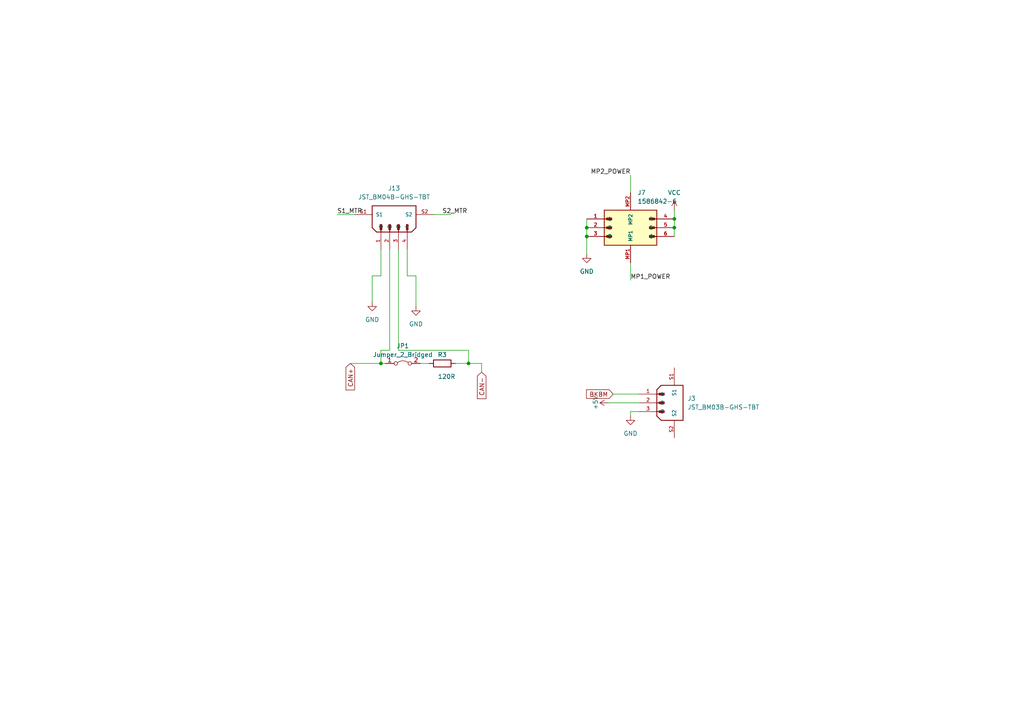
<source format=kicad_sch>
(kicad_sch (version 20230121) (generator eeschema)
  (paper "A4")
  (lib_symbols
    (symbol "power:+5V" (power) (pin_names (offset 0))
      (property "Value" "+5V" (at 0 3.556 0))
      (symbol "+5V_0_1"
        (polyline (pts (xy -0.762 1.27) (xy 0 2.54)))
        (polyline (pts (xy 0 0) (xy 0 2.54)))
        (polyline (pts (xy 0 2.54) (xy 0.762 1.27)))
      )
      (symbol "+5V_1_1"
        (pin power_in line (at 0 0 90) (length 0) hide (name "+5V") (number "1"))
      )
    )
    (symbol "power:GND" (power) (pin_names (offset 0))
      (property "Value" "GND" (at 0 -3.81 0))
      (symbol "GND_0_1"
        (polyline (pts (xy 0 0) (xy 0 -1.27) (xy 1.27 -1.27) (xy 0 -2.54) (xy -1.27 -1.27) (xy 0 -1.27)))
      )
      (symbol "GND_1_1"
        (pin power_in line (at 0 0 270) (length 0) hide (name "GND") (number "1"))
      )
    )
    (symbol "power:VCC" (power) (pin_names (offset 0))
      (property "Value" "VCC" (at 0 3.81 0))
      (symbol "VCC_0_1"
        (polyline (pts (xy -0.762 1.27) (xy 0 2.54)))
        (polyline (pts (xy 0 0) (xy 0 2.54)))
        (polyline (pts (xy 0 2.54) (xy 0.762 1.27)))
      )
      (symbol "VCC_1_1"
        (pin power_in line (at 0 0 90) (length 0) hide (name "VCC") (number "1"))
      )
    )
    (symbol "thebots_symlib:JST_BM03B-GHS-TBT" (pin_names (offset 1.016))
      (property "Reference" "J" (at 0 6.35 0))
      (property "Value" "JST_BM03B-GHS-TBT" (at 10.16 -3.81 0))
      (symbol "JST_BM03B-GHS-TBT_0_0"
        (polyline (pts (xy 0 -3.81) (xy 1.27 -5.08)) (stroke (width 0.254)))
        (polyline (pts (xy 0 -2.54) (xy 1.905 -2.54)) (stroke (width 0.254)))
        (polyline (pts (xy 0 0) (xy 1.905 0)) (stroke (width 0.254)))
        (polyline (pts (xy 0 2.54) (xy 0 -3.81)) (stroke (width 0.254)))
        (polyline (pts (xy 0 2.54) (xy 1.905 2.54)) (stroke (width 0.254)))
        (polyline (pts (xy 0 3.81) (xy 0 2.54)) (stroke (width 0.254)))
        (polyline (pts (xy 0 3.81) (xy 1.27 5.08)) (stroke (width 0.254)))
        (polyline (pts (xy 1.27 -5.08) (xy 7.62 -5.08)) (stroke (width 0.254)))
        (polyline (pts (xy 7.62 -5.08) (xy 7.62 5.08)) (stroke (width 0.254)))
        (polyline (pts (xy 7.62 5.08) (xy 1.27 5.08)) (stroke (width 0.254)))
        (rectangle (start 0.635 -2.2225) (end 2.2225 -2.8575) (stroke (width 0.1)) (fill (type outline)))
        (rectangle (start 0.635 -0.3175) (end 2.2225 0.3175) (stroke (width 0.1)) (fill (type outline)))
        (rectangle (start 0.635 2.2225) (end 2.2225 2.8575) (stroke (width 0.1)) (fill (type outline)))
        (pin passive line (at -5.08 2.54 0) (length 5.08) (name "1") (number "1"))
        (pin passive line (at -5.08 0 0) (length 5.08) (name "2") (number "2"))
        (pin passive line (at -5.08 -2.54 0) (length 5.08) (name "3") (number "3"))
      )
      (symbol "JST_BM03B-GHS-TBT_1_0"
        (pin passive line (at 5.08 10.16 270) (length 5.08) (name "S1") (number "S1"))
        (pin passive line (at 5.08 -10.16 90) (length 5.08) (name "S2") (number "S2"))
      )
    )
    (symbol "thebots_symlib:JST_BM04B-GHS-TBT" (pin_names (offset 1.016))
      (property "Reference" "J" (at 0 6.35 0))
      (property "Value" "JST_BM04B-GHS-TBT" (at 10.16 -3.81 0))
      (symbol "JST_BM04B-GHS-TBT_0_0"
        (polyline (pts (xy 0 -6.35) (xy 1.27 -7.62)) (stroke (width 0.254)))
        (polyline (pts (xy 0 -5.08) (xy 1.905 -5.08)) (stroke (width 0.254)))
        (polyline (pts (xy 0 -2.54) (xy 1.905 -2.54)) (stroke (width 0.254)))
        (polyline (pts (xy 0 0) (xy 1.905 0)) (stroke (width 0.254)))
        (polyline (pts (xy 0 2.54) (xy 0 -6.35)) (stroke (width 0.254)))
        (polyline (pts (xy 0 2.54) (xy 1.905 2.54)) (stroke (width 0.254)))
        (polyline (pts (xy 0 3.81) (xy 0 2.54)) (stroke (width 0.254)))
        (polyline (pts (xy 0 3.81) (xy 1.27 5.08)) (stroke (width 0.254)))
        (polyline (pts (xy 1.27 -7.62) (xy 7.62 -7.62)) (stroke (width 0.254)))
        (polyline (pts (xy 7.62 -7.62) (xy 7.62 5.08)) (stroke (width 0.254)))
        (polyline (pts (xy 7.62 5.08) (xy 1.27 5.08)) (stroke (width 0.254)))
        (rectangle (start 0.635 -4.7625) (end 2.2225 -5.3975) (stroke (width 0.1)) (fill (type outline)))
        (rectangle (start 0.635 -2.2225) (end 2.2225 -2.8575) (stroke (width 0.1)) (fill (type outline)))
        (rectangle (start 0.635 -0.3175) (end 2.2225 0.3175) (stroke (width 0.1)) (fill (type outline)))
        (rectangle (start 0.635 2.2225) (end 2.2225 2.8575) (stroke (width 0.1)) (fill (type outline)))
        (pin passive line (at -5.08 2.54 0) (length 5.08) (name "1") (number "1"))
        (pin passive line (at -5.08 0 0) (length 5.08) (name "2") (number "2"))
        (pin passive line (at -5.08 -2.54 0) (length 5.08) (name "3") (number "3"))
      )
      (symbol "JST_BM04B-GHS-TBT_1_0"
        (pin passive line (at -5.08 -5.08 0) (length 5.08) (name "4") (number "4"))
        (pin passive line (at 5.08 10.16 270) (length 5.08) (name "S1") (number "S1"))
        (pin passive line (at 5.08 -12.7 90) (length 5.08) (name "S2") (number "S2"))
      )
    )
    (symbol "thebots_symlib:Jumper_2_Bridged" (pin_names (offset 0) hide)
      (property "Reference" "JP" (at 0 1.905 0))
      (property "Value" "Jumper_2_Bridged" (at 0 -2.54 0))
      (symbol "Jumper_2_Bridged_0_0"
        (circle (center -2.032 0) (radius 0.508))
        (circle (center 2.032 0) (radius 0.508))
      )
      (symbol "Jumper_2_Bridged_0_1"
        (arc (start 1.524 0.254) (mid 0 0.762) (end -1.524 0.254))
      )
      (symbol "Jumper_2_Bridged_1_1"
        (pin passive line (at -5.08 0 0) (length 2.54) (name "A") (number "1"))
        (pin passive line (at 5.08 0 180) (length 2.54) (name "B") (number "2"))
      )
    )
    (symbol "thebots_symlib:R_120R" (pin_numbers hide) (pin_names (offset 0))
      (property "Reference" "R" (at 2.032 0 90))
      (property "Value" "120R" (at 0 0 90))
      (symbol "R_120R_0_1"
        (rectangle (start -1.016 -2.54) (end 1.016 2.54) (stroke (width 0.254)))
      )
      (symbol "R_120R_1_1"
        (pin passive line (at 0 3.81 270) (length 1.27) (name "~") (number "1"))
        (pin passive line (at 0 -3.81 90) (length 1.27) (name "~") (number "2"))
      )
    )
    (symbol "thebots_symlib:TE_1586842-6_6PIN" (pin_names (offset 1.016))
      (property "Reference" "J" (at -7.62 11.43 0))
      (property "Value" "1586842-6" (at -12.7 -2.54 0))
      (symbol "TE_1586842-6_6PIN_0_0"
        (rectangle (start -7.62 10.16) (end 7.62 0) (stroke (width 0.254)) (fill (type background)))
        (rectangle (start -6.985 2.2225) (end -5.3975 2.8575) (stroke (width 0.1)) (fill (type outline)))
        (rectangle (start -6.985 4.7625) (end -5.3975 5.3975) (stroke (width 0.1)) (fill (type outline)))
        (rectangle (start -6.985 7.3025) (end -5.3975 7.9375) (stroke (width 0.1)) (fill (type outline)))
        (polyline (pts (xy -7.62 2.54) (xy -5.715 2.54)) (stroke (width 0.254)))
        (polyline (pts (xy -7.62 5.08) (xy -5.715 5.08)) (stroke (width 0.254)))
        (polyline (pts (xy -7.62 7.62) (xy -5.715 7.62)) (stroke (width 0.254)))
        (polyline (pts (xy 7.62 2.54) (xy 5.715 2.54)) (stroke (width 0.254)))
        (polyline (pts (xy 7.62 5.08) (xy 5.715 5.08)) (stroke (width 0.254)))
        (polyline (pts (xy 7.62 7.62) (xy 5.715 7.62)) (stroke (width 0.254)))
        (rectangle (start 5.3975 2.2225) (end 6.985 2.8575) (stroke (width 0.1)) (fill (type outline)))
        (rectangle (start 5.3975 4.7625) (end 6.985 5.3975) (stroke (width 0.1)) (fill (type outline)))
        (rectangle (start 5.3975 7.3025) (end 6.985 7.9375) (stroke (width 0.1)) (fill (type outline)))
        (pin passive line (at -12.7 7.62 0) (length 5.08) (name "1") (number "1"))
        (pin passive line (at -12.7 5.08 0) (length 5.08) (name "2") (number "2"))
        (pin passive line (at -12.7 2.54 0) (length 5.08) (name "3") (number "3"))
        (pin passive line (at 12.7 7.62 180) (length 5.08) (name "4") (number "4"))
        (pin passive line (at 12.7 5.08 180) (length 5.08) (name "5") (number "5"))
        (pin passive line (at 12.7 2.54 180) (length 5.08) (name "6") (number "6"))
      )
      (symbol "TE_1586842-6_6PIN_1_0"
        (pin passive line (at 0 -5.08 90) (length 5.08) (name "MP1") (number "MP1"))
        (pin passive line (at 0 15.24 270) (length 5.08) (name "MP2") (number "MP2"))
      )
    )
  )
  (junction (at 170.18 68.58))
  (junction (at 170.18 66.04))
  (junction (at 110.49 105.41))
  (junction (at 135.89 105.41))
  (junction (at 195.58 66.04))
  (junction (at 195.58 63.5))
  (wire (pts (xy 110.49 72.39) (xy 110.49 80.01)))
  (wire (pts (xy 97.79 62.23) (xy 102.87 62.23)))
  (wire (pts (xy 107.95 80.01) (xy 107.95 87.63)))
  (wire (pts (xy 135.89 101.6) (xy 115.57 101.6)))
  (wire (pts (xy 121.92 105.41) (xy 124.46 105.41)))
  (wire (pts (xy 195.58 63.5) (xy 195.58 66.04)))
  (wire (pts (xy 113.03 72.39) (xy 113.03 101.6)))
  (wire (pts (xy 177.8 114.3) (xy 185.42 114.3)))
  (wire (pts (xy 182.88 119.38) (xy 182.88 120.65)))
  (wire (pts (xy 135.89 101.6) (xy 135.89 105.41)))
  (wire (pts (xy 110.49 101.6) (xy 110.49 105.41)))
  (wire (pts (xy 110.49 105.41) (xy 101.6 105.41)))
  (wire (pts (xy 115.57 72.39) (xy 115.57 101.6)))
  (wire (pts (xy 125.73 62.23) (xy 130.81 62.23)))
  (wire (pts (xy 110.49 101.6) (xy 113.03 101.6)))
  (wire (pts (xy 195.58 60.96) (xy 195.58 63.5)))
  (wire (pts (xy 182.88 119.38) (xy 185.42 119.38)))
  (wire (pts (xy 120.65 80.01) (xy 120.65 88.9)))
  (wire (pts (xy 139.7 105.41) (xy 135.89 105.41)))
  (wire (pts (xy 132.08 105.41) (xy 135.89 105.41)))
  (wire (pts (xy 176.53 116.84) (xy 185.42 116.84)))
  (wire (pts (xy 111.76 105.41) (xy 110.49 105.41)))
  (wire (pts (xy 170.18 66.04) (xy 170.18 68.58)))
  (wire (pts (xy 182.88 76.2) (xy 182.88 81.28)))
  (wire (pts (xy 118.11 72.39) (xy 118.11 80.01)))
  (wire (pts (xy 170.18 68.58) (xy 170.18 73.66)))
  (wire (pts (xy 107.95 80.01) (xy 110.49 80.01)))
  (wire (pts (xy 195.58 66.04) (xy 195.58 68.58)))
  (wire (pts (xy 139.7 107.95) (xy 139.7 105.41)))
  (wire (pts (xy 182.88 55.88) (xy 182.88 50.8)))
  (wire (pts (xy 120.65 80.01) (xy 118.11 80.01)))
  (wire (pts (xy 170.18 63.5) (xy 170.18 66.04)))
  (label "S2_MTR" (at 128.27 62.23 0))
  (label "MP2_POWER" (at 182.88 50.8 180))
  (label "S1_MTR" (at 97.79 62.23 0))
  (label "MP1_POWER" (at 182.88 81.28 0))
  (global_label "BKBM" (shape input) (at 177.8 114.3 180) (property "Intersheetrefs" "${INTERSHEET_REFS}" (effects hide)))
  (global_label "CAN+" (shape input) (at 101.6 105.41 270) (property "Intersheetrefs" "${INTERSHEET_REFS}" (effects hide)))
  (global_label "CAN-" (shape input) (at 139.7 107.95 270) (property "Intersheetrefs" "${INTERSHEET_REFS}" (effects hide)))
  (symbol (lib_id "thebots_symlib:R_120R") (at 128.27 105.41 90) (unit 1)
    (property "Reference" "R3" (at 128.27 102.87 90))
    (property "Value" "120R" (at 129.54 109.22 90))
    (property "Footprint" "bots:R_0603_1608Metric" (effects hide))
    (property "MPN" "0603WAF1200T5E" (effects hide))
    (property "Manufacturer" "UNI-ROYAL(Uniroyal Elec)" (effects hide))
    (property "Price" "0.001" (effects hide))
    (property "JLC" "0603" (effects hide))
    (property "LCSC" "C22787" (effects hide))
    (property "JLC Extended" "no" (effects hide))
  )
  (symbol (lib_id "thebots_symlib:Jumper_2_Bridged") (at 116.84 105.41 0) (unit 1)
    (property "Reference" "JP1" (at 116.84 100.33 0))
    (property "Value" "Jumper_2_Bridged" (at 116.84 102.87 0))
    (property "Footprint" "Connector_PinHeader_2.54mm:PinHeader_1x02_P2.54mm_Vertical" (effects hide))
  )
  (symbol (lib_id "thebots_symlib:TE_1586842-6_6PIN") (at 182.88 71.12 0) (unit 1)
    (property "Reference" "J7" (at 184.8994 55.88 0) (effects (justify left)))
    (property "Value" "1586842-6" (at 184.8994 58.42 0) (effects (justify left)))
    (property "Footprint" "bots:TE_1586842-6_6PIN" (effects hide))
  )
  (symbol (lib_id "power:+5V") (at 176.53 116.84 90) (unit 1)
    (property "Reference" "#PWR019" (effects hide))
    (property "Value" "+5V" (at 172.72 116.84 0))
    (instances (project "midplate" (path "" (reference "#PWR019") (unit 1))) (project "FacePlate" (path "" (reference "#PWR043") (unit 1))))
  )
  (symbol (lib_id "thebots_symlib:JST_BM03B-GHS-TBT") (at 190.5 116.84 0) (unit 1)
    (property "Reference" "J3" (at 199.39 115.57 0) (effects (justify left)))
    (property "Value" "JST_BM03B-GHS-TBT" (at 199.39 118.11 0) (effects (justify left)))
    (property "Footprint" "bots:JST_BM03B-GHS-TBT" (effects hide))
    (property "MPN" "BM03B-GHS-TBT" (effects hide))
    (property "Manufacturer" "JST Sales America Inc." (effects hide))
    (property "Price" "0.31" (effects hide))
  )
  (symbol (lib_id "power:GND") (at 107.95 87.63 0) (unit 1)
    (property "Reference" "#PWR027" (effects hide))
    (property "Value" "GND" (at 107.95 92.71 0))
  )
  (symbol (lib_id "power:GND") (at 170.18 73.66 0) (unit 1)
    (property "Reference" "#PWR07" (effects hide))
    (property "Value" "GND" (at 170.18 78.74 0))
  )
  (symbol (lib_id "thebots_symlib:JST_BM04B-GHS-TBT") (at 113.03 67.31 90) (unit 1)
    (property "Reference" "J13" (at 114.3 54.61 90))
    (property "Value" "JST_BM04B-GHS-TBT" (at 114.3 57.15 90))
    (property "Footprint" "bots:JST_BM04B-GHS-TBT" (effects hide))
    (property "MPN" "BM04B-GHS-TBT" (effects hide))
    (property "Manufacturer" "JST Sales America Inc." (effects hide))
    (property "Price" "0.31" (effects hide))
  )
  (symbol (lib_id "power:VCC") (at 195.58 60.96 0) (unit 1)
    (property "Reference" "#PWR08" (effects hide))
    (property "Value" "VCC" (at 195.58 55.88 0))
  )
  (symbol (lib_id "power:GND") (at 120.65 88.9 0) (mirror y) (unit 1)
    (property "Reference" "#PWR06" (effects hide))
    (property "Value" "GND" (at 120.65 93.98 0))
  )
  (symbol (lib_id "power:GND") (at 182.88 120.65 0) (unit 1)
    (property "Reference" "#PWR021" (effects hide))
    (property "Value" "GND" (at 182.88 125.73 0))
  )
)
</source>
